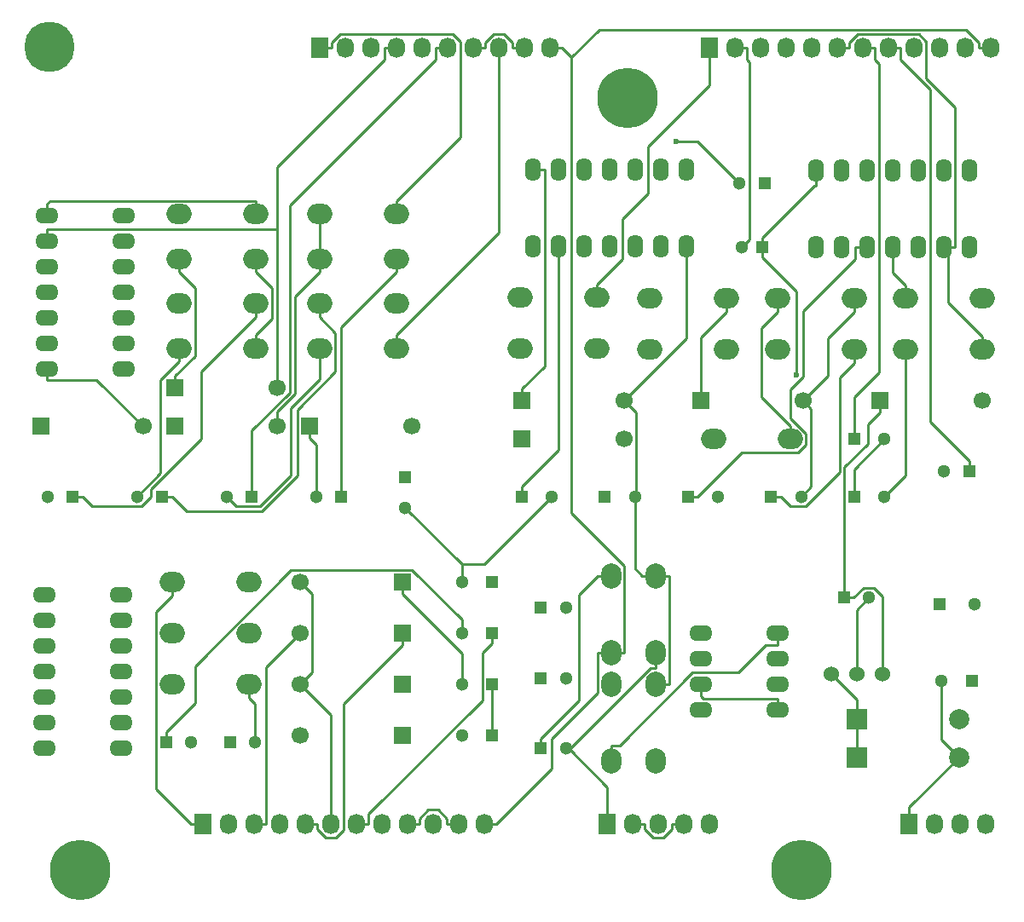
<source format=gbr>
G04 #@! TF.FileFunction,Copper,L1,Top,Signal*
%FSLAX46Y46*%
G04 Gerber Fmt 4.6, Leading zero omitted, Abs format (unit mm)*
G04 Created by KiCad (PCBNEW 4.0.2+e4-6225~38~ubuntu14.04.1-stable) date Sa 25 Jun 2016 13:19:29 CEST*
%MOMM*%
G01*
G04 APERTURE LIST*
%ADD10C,0.100000*%
%ADD11C,1.300000*%
%ADD12R,1.300000X1.300000*%
%ADD13C,1.998980*%
%ADD14R,1.998980X1.998980*%
%ADD15C,1.699260*%
%ADD16R,1.699260X1.699260*%
%ADD17O,2.500000X2.000000*%
%ADD18O,2.000000X2.500000*%
%ADD19O,1.600000X2.300000*%
%ADD20O,2.300000X1.600000*%
%ADD21R,1.727200X2.032000*%
%ADD22O,1.727200X2.032000*%
%ADD23C,1.524000*%
%ADD24C,6.000000*%
%ADD25C,5.000000*%
%ADD26C,0.600000*%
%ADD27C,0.250000*%
G04 APERTURE END LIST*
D10*
D11*
X125420000Y-88900000D03*
D12*
X121920000Y-88900000D03*
X82296000Y-89281000D03*
D11*
X84796000Y-89281000D03*
D12*
X82296000Y-96266000D03*
D11*
X84796000Y-96266000D03*
D12*
X104521000Y-47117000D03*
D11*
X102021000Y-47117000D03*
X114895000Y-88265000D03*
D12*
X112395000Y-88265000D03*
X125095000Y-96520000D03*
D11*
X122095000Y-96520000D03*
D12*
X82296000Y-103251000D03*
D11*
X84796000Y-103251000D03*
D12*
X88646000Y-78232000D03*
D11*
X91646000Y-78232000D03*
D12*
X96901000Y-78232000D03*
D11*
X99901000Y-78232000D03*
D12*
X77470000Y-96901000D03*
D11*
X74470000Y-96901000D03*
D12*
X62484000Y-78232000D03*
D11*
X59984000Y-78232000D03*
D12*
X77470000Y-101981000D03*
D11*
X74470000Y-101981000D03*
D12*
X105156000Y-78232000D03*
D11*
X108156000Y-78232000D03*
D12*
X35814000Y-78232000D03*
D11*
X33314000Y-78232000D03*
D12*
X45085000Y-102616000D03*
D11*
X47585000Y-102616000D03*
D12*
X113411000Y-78232000D03*
D11*
X116411000Y-78232000D03*
D12*
X77470000Y-91821000D03*
D11*
X74470000Y-91821000D03*
D12*
X51435000Y-102616000D03*
D11*
X53935000Y-102616000D03*
D12*
X44704000Y-78232000D03*
D11*
X42204000Y-78232000D03*
D12*
X53594000Y-78232000D03*
D11*
X51094000Y-78232000D03*
D12*
X124841000Y-75692000D03*
D11*
X122341000Y-75692000D03*
D12*
X104267000Y-53467000D03*
D11*
X102267000Y-53467000D03*
D13*
X123825000Y-104137460D03*
D14*
X113665000Y-104137460D03*
D13*
X123825000Y-100327460D03*
D14*
X113665000Y-100327460D03*
D15*
X90551520Y-72514460D03*
D16*
X80391520Y-72514460D03*
D15*
X56134520Y-67434460D03*
D16*
X45974520Y-67434460D03*
D15*
X58419480Y-91823540D03*
D16*
X68579480Y-91823540D03*
D15*
X90551520Y-68704460D03*
D16*
X80391520Y-68704460D03*
D15*
X69469520Y-71244460D03*
D16*
X59309520Y-71244460D03*
D15*
X58419480Y-86743540D03*
D16*
X68579480Y-86743540D03*
D17*
X99441000Y-72517000D03*
X107061000Y-72517000D03*
D18*
X89281000Y-104521000D03*
X89281000Y-96901000D03*
X93726000Y-104521000D03*
X93726000Y-96901000D03*
X89281000Y-86106000D03*
X89281000Y-93726000D03*
X93726000Y-93726000D03*
X93726000Y-86106000D03*
D17*
X105791000Y-58547000D03*
X113411000Y-58547000D03*
X46355000Y-50165000D03*
X53975000Y-50165000D03*
X118491000Y-58547000D03*
X126111000Y-58547000D03*
X93091000Y-63627000D03*
X100711000Y-63627000D03*
X46355000Y-54610000D03*
X53975000Y-54610000D03*
X105791000Y-63627000D03*
X113411000Y-63627000D03*
X46355000Y-59055000D03*
X53975000Y-59055000D03*
X126111000Y-63627000D03*
X118491000Y-63627000D03*
X60325000Y-59055000D03*
X67945000Y-59055000D03*
X45720000Y-96901000D03*
X53340000Y-96901000D03*
X46355000Y-63500000D03*
X53975000Y-63500000D03*
X67945000Y-63500000D03*
X60325000Y-63500000D03*
X80271000Y-63547000D03*
X87891000Y-63547000D03*
D19*
X109601000Y-53467000D03*
X112141000Y-53467000D03*
X114681000Y-53467000D03*
X117221000Y-53467000D03*
X119761000Y-53467000D03*
X122301000Y-53467000D03*
X124841000Y-53467000D03*
X124841000Y-45847000D03*
X122301000Y-45847000D03*
X119761000Y-45847000D03*
X117221000Y-45847000D03*
X114681000Y-45847000D03*
X112141000Y-45847000D03*
X109601000Y-45847000D03*
D20*
X98171000Y-91821000D03*
X98171000Y-94361000D03*
X98171000Y-96901000D03*
X98171000Y-99441000D03*
X105791000Y-99441000D03*
X105791000Y-96901000D03*
X105791000Y-94361000D03*
X105791000Y-91821000D03*
D15*
X108331520Y-68704460D03*
D16*
X98171520Y-68704460D03*
D15*
X126111520Y-68704460D03*
D16*
X115951520Y-68704460D03*
D15*
X42799520Y-71244460D03*
D16*
X32639520Y-71244460D03*
D15*
X56134520Y-71244460D03*
D16*
X45974520Y-71244460D03*
D15*
X58419480Y-96903540D03*
D16*
X68579480Y-96903540D03*
D15*
X58419480Y-101983540D03*
D16*
X68579480Y-101983540D03*
D17*
X80271000Y-58467000D03*
X87891000Y-58467000D03*
X93091000Y-58547000D03*
X100711000Y-58547000D03*
X60325000Y-50165000D03*
X67945000Y-50165000D03*
X53340000Y-86741000D03*
X45720000Y-86741000D03*
X67945000Y-54610000D03*
X60325000Y-54610000D03*
X53340000Y-91821000D03*
X45720000Y-91821000D03*
D21*
X118872000Y-110744000D03*
D22*
X121412000Y-110744000D03*
X123952000Y-110744000D03*
X126492000Y-110744000D03*
D21*
X88900000Y-110744000D03*
D22*
X91440000Y-110744000D03*
X93980000Y-110744000D03*
X96520000Y-110744000D03*
X99060000Y-110744000D03*
D21*
X99060000Y-33655000D03*
D22*
X101600000Y-33655000D03*
X104140000Y-33655000D03*
X106680000Y-33655000D03*
X109220000Y-33655000D03*
X111760000Y-33655000D03*
X114300000Y-33655000D03*
X116840000Y-33655000D03*
X119380000Y-33655000D03*
X121920000Y-33655000D03*
X124460000Y-33655000D03*
X127000000Y-33655000D03*
D21*
X48768000Y-110744000D03*
D22*
X51308000Y-110744000D03*
X53848000Y-110744000D03*
X56388000Y-110744000D03*
X58928000Y-110744000D03*
X61468000Y-110744000D03*
X64008000Y-110744000D03*
X66548000Y-110744000D03*
X69088000Y-110744000D03*
X71628000Y-110744000D03*
X74168000Y-110744000D03*
X76708000Y-110744000D03*
D21*
X60325000Y-33655000D03*
D22*
X62865000Y-33655000D03*
X65405000Y-33655000D03*
X67945000Y-33655000D03*
X70485000Y-33655000D03*
X73025000Y-33655000D03*
X75565000Y-33655000D03*
X78105000Y-33655000D03*
X80645000Y-33655000D03*
X83185000Y-33655000D03*
D20*
X33020000Y-88011000D03*
X33020000Y-90551000D03*
X33020000Y-93091000D03*
X33020000Y-95631000D03*
X33020000Y-98171000D03*
X33020000Y-100711000D03*
X33020000Y-103251000D03*
X40640000Y-103251000D03*
X40640000Y-100711000D03*
X40640000Y-98171000D03*
X40640000Y-95631000D03*
X40640000Y-93091000D03*
X40640000Y-90551000D03*
X40640000Y-88011000D03*
X33274000Y-50292000D03*
X33274000Y-52832000D03*
X33274000Y-55372000D03*
X33274000Y-57912000D03*
X33274000Y-60452000D03*
X33274000Y-62992000D03*
X33274000Y-65532000D03*
X40894000Y-65532000D03*
X40894000Y-62992000D03*
X40894000Y-60452000D03*
X40894000Y-57912000D03*
X40894000Y-55372000D03*
X40894000Y-52832000D03*
X40894000Y-50292000D03*
D19*
X81541000Y-53387000D03*
X84081000Y-53387000D03*
X86621000Y-53387000D03*
X89161000Y-53387000D03*
X91701000Y-53387000D03*
X94241000Y-53387000D03*
X96781000Y-53387000D03*
X96781000Y-45767000D03*
X94241000Y-45767000D03*
X91701000Y-45767000D03*
X89161000Y-45767000D03*
X86621000Y-45767000D03*
X84081000Y-45767000D03*
X81541000Y-45767000D03*
D23*
X113665000Y-95885000D03*
X116205000Y-95885000D03*
X111125000Y-95885000D03*
D12*
X68834000Y-76327000D03*
D11*
X68834000Y-79327000D03*
D12*
X77470000Y-86741000D03*
D11*
X74470000Y-86741000D03*
D12*
X113411000Y-72517000D03*
D11*
X116411000Y-72517000D03*
D12*
X80391000Y-78232000D03*
D11*
X83391000Y-78232000D03*
D24*
X108204000Y-115316000D03*
X90932000Y-38608000D03*
X36576000Y-115316000D03*
D25*
X33528000Y-33528000D03*
D26*
X107691500Y-66109700D03*
X95781800Y-42962100D03*
D27*
X118872000Y-109090500D02*
X123825000Y-104137500D01*
X118872000Y-110744000D02*
X118872000Y-109090500D01*
X122095000Y-102407500D02*
X122095000Y-96520000D01*
X123825000Y-104137500D02*
X122095000Y-102407500D01*
X113665000Y-89495000D02*
X114895000Y-88265000D01*
X113665000Y-95885000D02*
X113665000Y-89495000D01*
X72979100Y-110223900D02*
X72979100Y-110744000D01*
X72118100Y-109362900D02*
X72979100Y-110223900D01*
X71137900Y-109362900D02*
X72118100Y-109362900D01*
X70276900Y-110223900D02*
X71137900Y-109362900D01*
X70276900Y-110744000D02*
X70276900Y-110223900D01*
X69088000Y-110744000D02*
X70276900Y-110744000D01*
X74168000Y-110744000D02*
X72979100Y-110744000D01*
X76753900Y-33134900D02*
X76753900Y-33655000D01*
X77606600Y-32282200D02*
X76753900Y-33134900D01*
X78603400Y-32282200D02*
X77606600Y-32282200D01*
X79456100Y-33134900D02*
X78603400Y-32282200D01*
X79456100Y-33655000D02*
X79456100Y-33134900D01*
X80645000Y-33655000D02*
X79456100Y-33655000D01*
X75565000Y-33655000D02*
X76753900Y-33655000D01*
X38212300Y-66657300D02*
X42799500Y-71244500D01*
X33274000Y-66657300D02*
X38212300Y-66657300D01*
X33274000Y-65532000D02*
X33274000Y-66657300D01*
X101600000Y-33655000D02*
X102788900Y-33655000D01*
X102788900Y-34843900D02*
X102788900Y-33655000D01*
X103010900Y-35065900D02*
X102788900Y-34843900D01*
X103010900Y-52723100D02*
X103010900Y-35065900D01*
X102267000Y-53467000D02*
X103010900Y-52723100D01*
X59594500Y-95728500D02*
X58419500Y-96903500D01*
X59594500Y-87918500D02*
X59594500Y-95728500D01*
X58419500Y-86743500D02*
X59594500Y-87918500D01*
X61468000Y-99952000D02*
X61468000Y-110744000D01*
X58419500Y-96903500D02*
X61468000Y-99952000D01*
X96781000Y-62475000D02*
X96781000Y-53387000D01*
X90551500Y-68704500D02*
X96781000Y-62475000D01*
X113411000Y-58547000D02*
X113411000Y-59872300D01*
X95051300Y-86106000D02*
X95051300Y-96901000D01*
X93726000Y-86106000D02*
X95051300Y-86106000D01*
X93726000Y-96901000D02*
X95051300Y-96901000D01*
X76660000Y-84963000D02*
X74470000Y-84963000D01*
X83391000Y-78232000D02*
X76660000Y-84963000D01*
X74470000Y-86741000D02*
X74470000Y-84963000D01*
X74470000Y-84963000D02*
X68834000Y-79327000D01*
X110798500Y-62484800D02*
X113411000Y-59872300D01*
X110798500Y-66237500D02*
X110798500Y-62484800D01*
X108331500Y-68704500D02*
X110798500Y-66237500D01*
X93726000Y-86106000D02*
X92400700Y-86106000D01*
X91646000Y-78232000D02*
X91691200Y-78232000D01*
X91736400Y-78186800D02*
X91691200Y-78232000D01*
X91736400Y-69889400D02*
X91736400Y-78186800D01*
X90551500Y-68704500D02*
X91736400Y-69889400D01*
X91691200Y-85396500D02*
X92400700Y-86106000D01*
X91691200Y-78232000D02*
X91691200Y-85396500D01*
X109117600Y-69490600D02*
X108331500Y-68704500D01*
X109117600Y-77270400D02*
X109117600Y-69490600D01*
X108156000Y-78232000D02*
X109117600Y-77270400D01*
X55577300Y-57537600D02*
X53975000Y-55935300D01*
X55577300Y-60572400D02*
X55577300Y-57537600D01*
X53975000Y-62174700D02*
X55577300Y-60572400D01*
X53975000Y-63500000D02*
X53975000Y-62174700D01*
X53975000Y-54610000D02*
X53975000Y-55935300D01*
X109436400Y-47322300D02*
X104267000Y-52491700D01*
X109601000Y-47322300D02*
X109436400Y-47322300D01*
X109601000Y-45847000D02*
X109601000Y-47322300D01*
X104267000Y-52997400D02*
X104267000Y-52491700D01*
X104267000Y-52997400D02*
X104267000Y-53467000D01*
X114345600Y-87289700D02*
X113370300Y-88265000D01*
X115359800Y-87289700D02*
X114345600Y-87289700D01*
X116205000Y-88134900D02*
X115359800Y-87289700D01*
X116205000Y-95885000D02*
X116205000Y-88134900D01*
X112528000Y-88265000D02*
X113370300Y-88265000D01*
X112528000Y-88265000D02*
X112435600Y-88265000D01*
X112395000Y-88265000D02*
X112435600Y-88265000D01*
X114776600Y-71054300D02*
X115951500Y-69879400D01*
X114776600Y-72980900D02*
X114776600Y-71054300D01*
X112435600Y-75321900D02*
X114776600Y-72980900D01*
X112435600Y-88265000D02*
X112435600Y-75321900D01*
X115951500Y-68704500D02*
X115951500Y-69879400D01*
X104267000Y-53467000D02*
X104267000Y-54442300D01*
X90156600Y-102945700D02*
X89281000Y-102945700D01*
X97395000Y-95707300D02*
X90156600Y-102945700D01*
X101904700Y-95707300D02*
X97395000Y-95707300D01*
X104665700Y-92946300D02*
X101904700Y-95707300D01*
X105791000Y-92946300D02*
X104665700Y-92946300D01*
X105791000Y-91821000D02*
X105791000Y-92946300D01*
X89281000Y-104521000D02*
X89281000Y-102945700D01*
X107691500Y-57866800D02*
X104267000Y-54442300D01*
X107691500Y-66109700D02*
X107691500Y-57866800D01*
X89281000Y-86106000D02*
X87955700Y-86106000D01*
X82296000Y-103251000D02*
X82296000Y-102275700D01*
X86076900Y-98494800D02*
X82296000Y-102275700D01*
X86076900Y-87984800D02*
X86076900Y-98494800D01*
X87955700Y-86106000D02*
X86076900Y-87984800D01*
X93726000Y-93726000D02*
X93726000Y-95301300D01*
X93192100Y-95301300D02*
X85153400Y-103340000D01*
X93726000Y-95301300D02*
X93192100Y-95301300D01*
X88900000Y-107086600D02*
X85153400Y-103340000D01*
X88900000Y-110744000D02*
X88900000Y-107086600D01*
X85064400Y-103251000D02*
X84796000Y-103251000D01*
X85153400Y-103340000D02*
X85064400Y-103251000D01*
X102265900Y-73842400D02*
X97876300Y-78232000D01*
X107861000Y-73842400D02*
X102265900Y-73842400D01*
X108653700Y-73049700D02*
X107861000Y-73842400D01*
X108653700Y-71964100D02*
X108653700Y-73049700D01*
X107117100Y-70427500D02*
X108653700Y-71964100D01*
X107117100Y-67579800D02*
X107117100Y-70427500D01*
X108351300Y-66345600D02*
X107117100Y-67579800D01*
X108351300Y-59796700D02*
X108351300Y-66345600D01*
X113555700Y-54592300D02*
X108351300Y-59796700D01*
X113555700Y-53467000D02*
X113555700Y-54592300D01*
X114681000Y-53467000D02*
X113555700Y-53467000D01*
X96901000Y-78232000D02*
X97876300Y-78232000D01*
X107106600Y-79207300D02*
X106131300Y-78232000D01*
X108577400Y-79207300D02*
X107106600Y-79207300D01*
X111985200Y-75799500D02*
X108577400Y-79207300D01*
X111985200Y-66378100D02*
X111985200Y-75799500D01*
X113411000Y-64952300D02*
X111985200Y-66378100D01*
X113411000Y-63627000D02*
X113411000Y-64952300D01*
X105156000Y-78232000D02*
X106131300Y-78232000D01*
X53975000Y-59055000D02*
X53975000Y-60380300D01*
X35814000Y-78232000D02*
X36789300Y-78232000D01*
X48577500Y-65777800D02*
X53975000Y-60380300D01*
X48577500Y-72495400D02*
X48577500Y-65777800D01*
X43613300Y-77459600D02*
X48577500Y-72495400D01*
X43613300Y-78279100D02*
X43613300Y-77459600D01*
X42685100Y-79207300D02*
X43613300Y-78279100D01*
X37764600Y-79207300D02*
X42685100Y-79207300D01*
X36789300Y-78232000D02*
X37764600Y-79207300D01*
X47965800Y-98759900D02*
X45085000Y-101640700D01*
X47965800Y-95066600D02*
X47965800Y-98759900D01*
X57500700Y-85531700D02*
X47965800Y-95066600D01*
X69540800Y-85531700D02*
X57500700Y-85531700D01*
X74470000Y-90460900D02*
X69540800Y-85531700D01*
X74470000Y-91821000D02*
X74470000Y-90460900D01*
X45085000Y-102616000D02*
X45085000Y-101640700D01*
X62484000Y-61396300D02*
X62484000Y-78232000D01*
X67945000Y-55935300D02*
X62484000Y-61396300D01*
X67945000Y-54610000D02*
X67945000Y-55935300D01*
X59984000Y-73093900D02*
X59984000Y-78232000D01*
X59309500Y-72419400D02*
X59984000Y-73093900D01*
X59309500Y-71244500D02*
X59309500Y-72419400D01*
X113411000Y-75517000D02*
X113411000Y-78232000D01*
X116411000Y-72517000D02*
X113411000Y-75517000D01*
X123426300Y-39517700D02*
X123426300Y-53467000D01*
X120569000Y-36660400D02*
X123426300Y-39517700D01*
X120569000Y-32999900D02*
X120569000Y-36660400D01*
X119881900Y-32312800D02*
X120569000Y-32999900D01*
X113771000Y-32312800D02*
X119881900Y-32312800D01*
X112948900Y-33134900D02*
X113771000Y-32312800D01*
X112948900Y-33655000D02*
X112948900Y-33134900D01*
X111760000Y-33655000D02*
X112948900Y-33655000D01*
X122301000Y-53467000D02*
X122759500Y-53467000D01*
X122759500Y-53467000D02*
X123426300Y-53467000D01*
X122759500Y-58950200D02*
X126111000Y-62301700D01*
X122759500Y-53467000D02*
X122759500Y-58950200D01*
X126111000Y-63627000D02*
X126111000Y-62301700D01*
X118491000Y-76152000D02*
X116411000Y-78232000D01*
X118491000Y-63627000D02*
X118491000Y-76152000D01*
X64008000Y-110744000D02*
X65196900Y-110744000D01*
X77470000Y-91821000D02*
X77470000Y-92796300D01*
X76494700Y-93771600D02*
X77470000Y-92796300D01*
X76494700Y-98447500D02*
X76494700Y-93771600D01*
X65196900Y-109745300D02*
X76494700Y-98447500D01*
X65196900Y-110744000D02*
X65196900Y-109745300D01*
X77470000Y-101981000D02*
X77470000Y-96901000D01*
X53935000Y-98821300D02*
X53935000Y-102616000D01*
X53340000Y-98226300D02*
X53935000Y-98821300D01*
X53340000Y-96901000D02*
X53340000Y-98226300D01*
X47113300Y-79666000D02*
X45679300Y-78232000D01*
X54626400Y-79666000D02*
X47113300Y-79666000D01*
X58134500Y-76157900D02*
X54626400Y-79666000D01*
X58134500Y-69576500D02*
X58134500Y-76157900D01*
X61902300Y-65808700D02*
X58134500Y-69576500D01*
X61902300Y-61957600D02*
X61902300Y-65808700D01*
X60325000Y-60380300D02*
X61902300Y-61957600D01*
X60325000Y-59055000D02*
X60325000Y-60380300D01*
X44704000Y-78232000D02*
X45679300Y-78232000D01*
X113411000Y-68371900D02*
X113411000Y-71541700D01*
X115861900Y-65921000D02*
X113411000Y-68371900D01*
X115861900Y-35216900D02*
X115861900Y-65921000D01*
X115488900Y-34843900D02*
X115861900Y-35216900D01*
X115488900Y-33655000D02*
X115488900Y-34843900D01*
X114300000Y-33655000D02*
X115488900Y-33655000D01*
X113411000Y-72517000D02*
X113411000Y-71541700D01*
X71836100Y-34843900D02*
X71836100Y-33655000D01*
X57351200Y-49328800D02*
X71836100Y-34843900D01*
X57351200Y-67899800D02*
X57351200Y-49328800D01*
X53594000Y-71657000D02*
X57351200Y-67899800D01*
X53594000Y-78232000D02*
X53594000Y-71657000D01*
X73025000Y-33655000D02*
X71836100Y-33655000D01*
X52069400Y-79207400D02*
X51094000Y-78232000D01*
X54392200Y-79207400D02*
X52069400Y-79207400D01*
X57469600Y-76130000D02*
X54392200Y-79207400D01*
X57469600Y-69430100D02*
X57469600Y-76130000D01*
X60325000Y-66574700D02*
X57469600Y-69430100D01*
X60325000Y-63500000D02*
X60325000Y-66574700D01*
X67945000Y-33655000D02*
X66756100Y-33655000D01*
X33274000Y-52832000D02*
X33274000Y-51706700D01*
X33274000Y-51706700D02*
X56134500Y-51706700D01*
X56134500Y-45465500D02*
X56134500Y-51706700D01*
X66756100Y-34843900D02*
X56134500Y-45465500D01*
X66756100Y-33655000D02*
X66756100Y-34843900D01*
X56134500Y-51706700D02*
X56134500Y-67434500D01*
X98460400Y-98315700D02*
X98171000Y-98026300D01*
X105791000Y-98315700D02*
X98460400Y-98315700D01*
X98171000Y-96901000D02*
X98171000Y-98026300D01*
X105791000Y-99441000D02*
X105791000Y-98315700D01*
X113665000Y-98425000D02*
X113665000Y-100327500D01*
X111125000Y-95885000D02*
X113665000Y-98425000D01*
X113665000Y-100327500D02*
X113665000Y-104137500D01*
X84081000Y-73566700D02*
X80391000Y-77256700D01*
X84081000Y-53387000D02*
X84081000Y-73566700D01*
X80391000Y-78232000D02*
X80391000Y-77256700D01*
X82666300Y-65254800D02*
X80391500Y-67529600D01*
X82666300Y-45767000D02*
X82666300Y-65254800D01*
X81541000Y-45767000D02*
X82666300Y-45767000D01*
X80391500Y-68704500D02*
X80391500Y-67529600D01*
X97866100Y-42962100D02*
X102021000Y-47117000D01*
X95781800Y-42962100D02*
X97866100Y-42962100D01*
X55036900Y-95206100D02*
X58419500Y-91823500D01*
X55036900Y-110744000D02*
X55036900Y-95206100D01*
X53848000Y-110744000D02*
X55036900Y-110744000D01*
X47961000Y-64273100D02*
X45974500Y-66259600D01*
X47961000Y-57541300D02*
X47961000Y-64273100D01*
X46355000Y-55935300D02*
X47961000Y-57541300D01*
X46355000Y-54610000D02*
X46355000Y-55935300D01*
X45974500Y-67434500D02*
X45974500Y-66259600D01*
X62738000Y-98839900D02*
X68579500Y-92998400D01*
X62738000Y-111340400D02*
X62738000Y-98839900D01*
X61984600Y-112093800D02*
X62738000Y-111340400D01*
X60946600Y-112093800D02*
X61984600Y-112093800D01*
X60116900Y-111264100D02*
X60946600Y-112093800D01*
X60116900Y-110744000D02*
X60116900Y-111264100D01*
X58928000Y-110744000D02*
X60116900Y-110744000D01*
X68579500Y-91823500D02*
X68579500Y-92998400D01*
X74470000Y-93808900D02*
X74470000Y-96901000D01*
X68579500Y-87918400D02*
X74470000Y-93808900D01*
X68579500Y-86743500D02*
X68579500Y-87918400D01*
X44546300Y-75889700D02*
X42204000Y-78232000D01*
X44546300Y-66634000D02*
X44546300Y-75889700D01*
X46355000Y-64825300D02*
X44546300Y-66634000D01*
X46355000Y-63500000D02*
X46355000Y-64825300D01*
X120947600Y-70823300D02*
X124841000Y-74716700D01*
X120947600Y-37762600D02*
X120947600Y-70823300D01*
X118028900Y-34843900D02*
X120947600Y-37762600D01*
X118028900Y-33655000D02*
X118028900Y-34843900D01*
X116840000Y-33655000D02*
X118028900Y-33655000D01*
X124841000Y-75692000D02*
X124841000Y-74716700D01*
X98171500Y-62411800D02*
X98171500Y-68704500D01*
X100711000Y-59872300D02*
X98171500Y-62411800D01*
X100711000Y-58547000D02*
X100711000Y-59872300D01*
X104213700Y-68344400D02*
X107061000Y-71191700D01*
X104213700Y-61449600D02*
X104213700Y-68344400D01*
X105791000Y-59872300D02*
X104213700Y-61449600D01*
X105791000Y-58547000D02*
X105791000Y-59872300D01*
X107061000Y-72517000D02*
X107061000Y-71191700D01*
X60325000Y-50165000D02*
X60325000Y-54610000D01*
X60325000Y-54610000D02*
X60325000Y-55935300D01*
X57881100Y-58379200D02*
X60325000Y-55935300D01*
X57881100Y-68006900D02*
X57881100Y-58379200D01*
X56134500Y-69753500D02*
X57881100Y-68006900D01*
X56134500Y-71244500D02*
X56134500Y-69753500D01*
X92628900Y-111264100D02*
X92628900Y-110744000D01*
X93475800Y-112111000D02*
X92628900Y-111264100D01*
X94484200Y-112111000D02*
X93475800Y-112111000D01*
X95331100Y-111264100D02*
X94484200Y-112111000D01*
X95331100Y-110744000D02*
X95331100Y-111264100D01*
X96520000Y-110744000D02*
X95331100Y-110744000D01*
X91440000Y-110744000D02*
X92628900Y-110744000D01*
X87891000Y-58467000D02*
X87891000Y-57141700D01*
X90431000Y-54601700D02*
X87891000Y-57141700D01*
X90431000Y-50675500D02*
X90431000Y-54601700D01*
X92971000Y-48135500D02*
X90431000Y-50675500D01*
X92971000Y-43463900D02*
X92971000Y-48135500D01*
X99060000Y-37374900D02*
X92971000Y-43463900D01*
X99060000Y-33655000D02*
X99060000Y-37374900D01*
X83185000Y-33655000D02*
X84373900Y-33655000D01*
X127000000Y-33655000D02*
X125811100Y-33655000D01*
X85306600Y-34587700D02*
X84373900Y-33655000D01*
X85351000Y-34587700D02*
X85306600Y-34587700D01*
X88096700Y-31842000D02*
X85351000Y-34587700D01*
X124518200Y-31842000D02*
X88096700Y-31842000D01*
X125811100Y-33134900D02*
X124518200Y-31842000D01*
X125811100Y-33655000D02*
X125811100Y-33134900D01*
X90606300Y-85110700D02*
X90606300Y-93726000D01*
X85351000Y-79855400D02*
X90606300Y-85110700D01*
X85351000Y-34587700D02*
X85351000Y-79855400D01*
X89281000Y-93726000D02*
X90606300Y-93726000D01*
X87955700Y-97706600D02*
X87955700Y-93726000D01*
X83386700Y-102275600D02*
X87955700Y-97706600D01*
X83386700Y-105254200D02*
X83386700Y-102275600D01*
X77896900Y-110744000D02*
X83386700Y-105254200D01*
X76708000Y-110744000D02*
X77896900Y-110744000D01*
X89281000Y-93726000D02*
X87955700Y-93726000D01*
X44090000Y-89696300D02*
X45720000Y-88066300D01*
X44090000Y-107254900D02*
X44090000Y-89696300D01*
X47579100Y-110744000D02*
X44090000Y-107254900D01*
X48768000Y-110744000D02*
X47579100Y-110744000D01*
X45720000Y-86741000D02*
X45720000Y-88066300D01*
X74295000Y-42489700D02*
X67945000Y-48839700D01*
X74295000Y-33061400D02*
X74295000Y-42489700D01*
X73522300Y-32288700D02*
X74295000Y-33061400D01*
X62360100Y-32288700D02*
X73522300Y-32288700D01*
X61513900Y-33134900D02*
X62360100Y-32288700D01*
X61513900Y-33655000D02*
X61513900Y-33134900D01*
X60325000Y-33655000D02*
X61513900Y-33655000D01*
X67945000Y-50165000D02*
X67945000Y-48839700D01*
X78105000Y-52014700D02*
X67945000Y-62174700D01*
X78105000Y-33655000D02*
X78105000Y-52014700D01*
X67945000Y-63500000D02*
X67945000Y-62174700D01*
X33601000Y-48839700D02*
X53975000Y-48839700D01*
X33274000Y-49166700D02*
X33601000Y-48839700D01*
X33274000Y-50292000D02*
X33274000Y-49166700D01*
X53975000Y-50165000D02*
X53975000Y-48839700D01*
X117221000Y-55951700D02*
X118491000Y-57221700D01*
X117221000Y-53467000D02*
X117221000Y-55951700D01*
X118491000Y-58547000D02*
X118491000Y-57221700D01*
M02*

</source>
